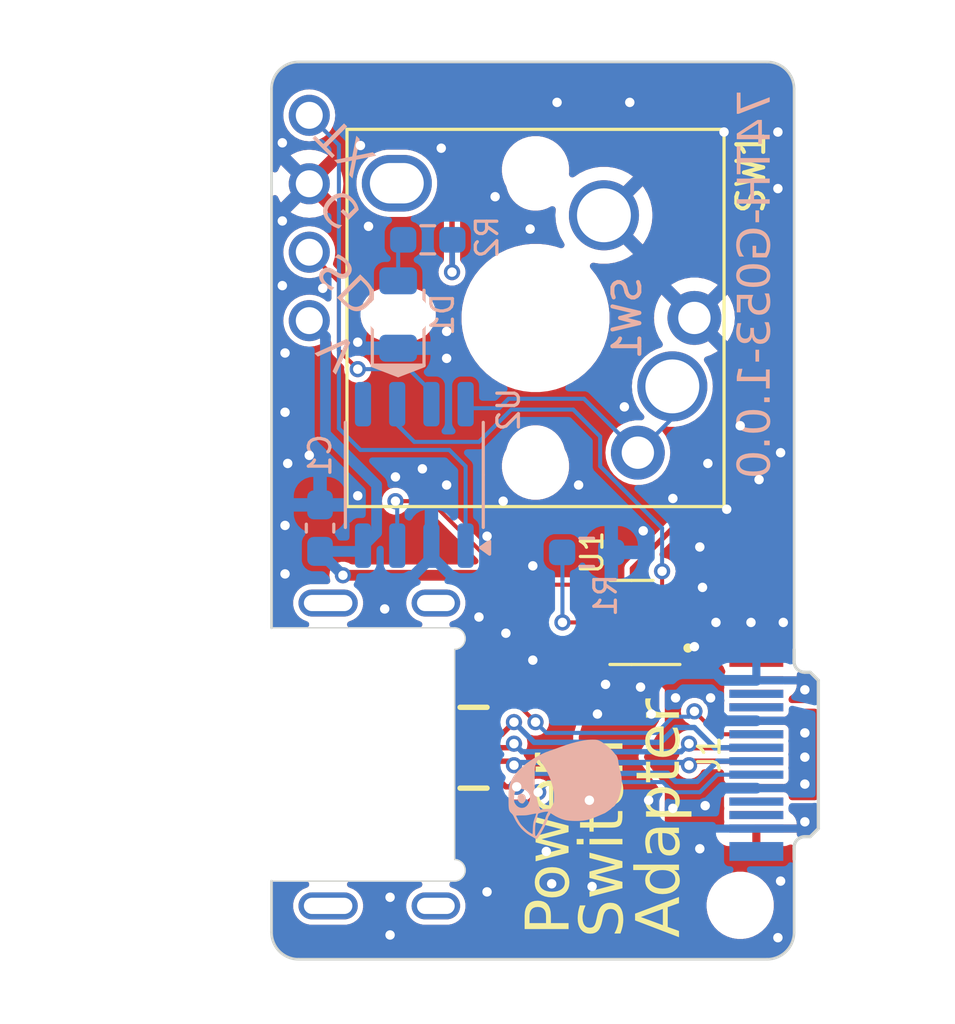
<source format=kicad_pcb>
(kicad_pcb (version 20240108) (generator "pcbnew") (generator_version "8.0")
  (title_block (title "Power Switch Adapter") (rev "1.0.0") (company "Atsushi Morimoto (@74th)"))
  (layers (0 "F.Cu" signal) (31 "B.Cu" signal) (34 "B.Paste" user) (35 "F.Paste" user) (36 "B.SilkS" user "B.Silkscreen") (37 "F.SilkS" user "F.Silkscreen") (38 "B.Mask" user) (39 "F.Mask" user) (44 "Edge.Cuts" user))
  (net 0 "")
  (net 1 "VBUS")
  (net 2 "GND")
  (net 3 "/SWDIO")
  (net 4 "VCC")
  (net 5 "/TXD")
  (net 15 "/CC1")
  (net 17 "/CC2")
  (net 18 "Net-(U1-ISET)")
  (net 19 "/OUT_EN")
  (net 20 "/OUT_FLAG")
  (net 21 "/SWITCH")
  (net 22 "Net-(D1-A)")
  (net 23 "/DP1")
  (net 24 "/DN1")
  (net 25 "/DP2")
  (net 26 "/DN2")
  (footprint "74th:Package_SOT-23-6" (layer "F.Cu") (at 98.3625 53.5 180)
    (property "Reference" "U1" (at 1.4625 2.6 -90) (layer "F.SilkS") (effects (font (size 0.8 0.8) (thickness 0.12))))
    (property "Value" "CH217K")
    (fp_line (start 0 1.56) (end 0.8 1.56) (stroke (width 0.12)) (layer "F.SilkS"))
    (fp_line (start 0 1.56) (end -0.8 1.56) (stroke (width 0.12)) (layer "F.SilkS"))
    (fp_line (start 0 -1.56) (end 0.8 -1.56) (stroke (width 0.12)) (layer "F.SilkS"))
    (fp_line (start 0 -1.56) (end -1.8 -1.56) (stroke (width 0.12)) (layer "F.SilkS"))
    (fp_circle (center -2.1 -0.95) (end -1.986863 -0.95) (stroke (width 0.12)) (fill solid) (layer "F.SilkS"))
    (pad "1" smd roundrect (at -1.1375 -0.95 180) (size 1.325 0.6) (layers "F.Cu" "F.Paste" "F.Mask") (net 4 "VCC"))
    (pad "2" smd roundrect (at -1.1375 0 180) (size 1.325 0.6) (layers "F.Cu" "F.Paste" "F.Mask") (net 2 "GND"))
    (pad "3" smd roundrect (at -1.1375 0.95 180) (size 1.325 0.6) (layers "F.Cu" "F.Paste" "F.Mask") (net 20 "/OUT_FLAG"))
    (pad "4" smd roundrect (at 1.1375 0.95 180) (size 1.325 0.6) (layers "F.Cu" "F.Paste" "F.Mask") (net 19 "/OUT_EN"))
    (pad "5" smd roundrect (at 1.1375 0 180) (size 1.325 0.6) (layers "F.Cu" "F.Paste" "F.Mask") (net 18 "Net-(U1-ISET)"))
    (pad "6" smd roundrect (at 1.1375 -0.95 180) (size 1.325 0.6) (layers "F.Cu" "F.Paste" "F.Mask") (net 1 "VBUS"))
  )
  (footprint "74th:Connector_USB-C-Receptacle_SMT_12-Pin_MidMount" (layer "F.Cu") (at 85 58.4 -90)
    (property "Reference" "J2" (hide yes))
    (property "Value" "USB2.0-C_SMT")
    (fp_line (start -1.75 -7) (end -1.75 -8) (stroke (width 0.2)) (layer "F.SilkS"))
    (fp_line (start 1.25 -7) (end 1.25 -8) (stroke (width 0.2)) (layer "F.SilkS"))
    (fp_line (start -4.7 -6.8) (end -4.7 0) (stroke (width 0.05)) (layer "Edge.Cuts"))
    (fp_line (start 3.9 -6.8) (end -3.9 -6.8) (stroke (width 0.05)) (layer "Edge.Cuts"))
    (fp_line (start 4.7 -6.8) (end 4.7 0) (stroke (width 0.05)) (layer "Edge.Cuts"))
    (fp_arc (start -4.7 -6.8) (mid -4.3 -7.193079) (end -3.9 -6.8) (stroke (width 0.05)) (layer "Edge.Cuts"))
    (fp_arc (start 3.9 -6.8) (mid 4.3 -7.193079) (end 4.7 -6.8) (stroke (width 0.05)) (layer "Edge.Cuts"))
    (pad "" thru_hole oval (at -5.62 -6.1 90) (size 1 1.8) (drill oval 0.6 1.4) (layers "*.Cu" "*.Mask"))
    (pad "" thru_hole oval (at -5.62 -2.1 90) (size 1 2.2) (drill oval 0.6 1.8) (layers "*.Cu" "*.Mask"))
    (pad "" thru_hole oval (at 5.62 -6.1 90) (size 1 1.8) (drill oval 0.6 1.4) (layers "*.Cu" "*.Mask"))
    (pad "" thru_hole oval (at 5.62 -2.1 90) (size 1 2.2) (drill oval 0.6 1.8) (layers "*.Cu" "*.Mask"))
    (pad "A1/B12" smd rect (at -3.2 -7.525 90) (size 0.6 1.15) (layers "F.Cu" "F.Paste" "F.Mask") (net 2 "GND"))
    (pad "A4/B9" smd rect (at -2.4 -7.525 90) (size 0.6 1.15) (layers "F.Cu" "F.Paste" "F.Mask") (net 1 "VBUS"))
    (pad "A5" smd rect (at -1.25 -7.525 90) (size 0.3 1.15) (layers "F.Cu" "F.Paste" "F.Mask") (net 15 "/CC1"))
    (pad "A6" smd rect (at -0.25 -7.525 90) (size 0.3 1.15) (layers "F.Cu" "F.Paste" "F.Mask") (net 23 "/DP1"))
    (pad "A7" smd rect (at 0.25 -7.525 90) (size 0.3 1.15) (layers "F.Cu" "F.Paste" "F.Mask") (net 24 "/DN1"))
    (pad "A9/B4" smd rect (at 2.4 -7.525 90) (size 0.6 1.15) (layers "F.Cu" "F.Paste" "F.Mask") (net 1 "VBUS"))
    (pad "A12/B1" smd rect (at 3.2 -7.525 90) (size 0.6 1.15) (layers "F.Cu" "F.Paste" "F.Mask") (net 2 "GND"))
    (pad "B5" smd rect (at 1.75 -7.525 90) (size 0.3 1.15) (layers "F.Cu" "F.Paste" "F.Mask") (net 17 "/CC2"))
    (pad "B6" smd rect (at 0.75 -7.525 90) (size 0.3 1.15) (layers "F.Cu" "F.Paste" "F.Mask") (net 25 "/DP2"))
    (pad "B7" smd rect (at -0.75 -7.525 90) (size 0.3 1.15) (layers "F.Cu" "F.Paste" "F.Mask") (net 26 "/DN2"))
  )
  (footprint "74th:Hole_M2_2.0" (layer "F.Cu") (at 102.4 64 180)
    (property "Reference" "M2" (hide yes))
    (property "Value" "Hole_M2_2.0" (hide yes))
    (pad "" np_thru_hole circle (at 0 0 180) (size 2 2) (drill 2) (layers "F&B.Cu" "*.Mask"))
  )
  (footprint "74th:Switch_MXChoc_1.0u" (layer "F.Cu") (at 94.8 42.2 -90)
    (property "Reference" "SW1" (hide yes))
    (property "Value" "SW_Push" (hide yes))
    (fp_line (start -7 7) (end -7 -7) (stroke (width 0.12)) (layer "F.SilkS"))
    (fp_line (start 7 7) (end -7 7) (stroke (width 0.12)) (layer "F.SilkS"))
    (fp_line (start -7 -7) (end 7 -7) (stroke (width 0.12)) (layer "F.SilkS"))
    (fp_line (start 7 -7) (end 7 7) (stroke (width 0.12)) (layer "F.SilkS"))
    (fp_text user "${REFERENCE}" (at 0 -3.4 90) (layer "B.SilkS") (effects (justify mirror)))
    (fp_text user "${REFERENCE}" (at -5.4 -8 90) (layer "F.SilkS"))
    (pad "" np_thru_hole circle (at -5.5 0 270) (size 2 2) (drill 2) (layers "F&B.Cu" "*.Mask"))
    (pad "" np_thru_hole circle (at -5.08 0 270) (size 1.7 1.7) (drill 1.7) (layers "*.Cu" "*.Mask"))
    (pad "" thru_hole oval (at -5 5.15 90) (size 2.1 2.6) (drill oval 1.5 2) (layers "*.Cu" "*.Mask"))
    (pad "" np_thru_hole circle (at 0 0) (size 5 5) (drill 5) (layers "F&B.Cu" "*.Mask"))
    (pad "" np_thru_hole circle (at 5.08 0 270) (size 1.7 1.7) (drill 1.7) (layers "*.Cu" "*.Mask"))
    (pad "" np_thru_hole circle (at 5.5 0 270) (size 2 2) (drill 2) (layers "F&B.Cu" "*.Mask"))
    (pad "1" thru_hole circle (at -3.81 -2.54 90) (size 2.6 2.6) (drill 2) (layers "*.Cu" "*.Mask") (net 2 "GND"))
    (pad "1" thru_hole circle (at 0 -5.9 270) (size 2 2) (drill 1.2) (layers "*.Cu" "*.Mask") (net 2 "GND"))
    (pad "2" thru_hole circle (at 2.54 -5.08 90) (size 2.6 2.6) (drill 2) (layers "*.Cu" "*.Mask") (net 21 "/SWITCH"))
    (pad "2" thru_hole circle (at 5 -3.8 270) (size 2 2) (drill 1.2) (layers "*.Cu" "*.Mask") (net 21 "/SWITCH"))
  )
  (footprint "74th:PinOut_Pin_4" (layer "F.Cu") (at 86.4 42.3 90)
    (property "Reference" "CH1" (hide yes))
    (property "Value" "SWD 1Wire & UART TXD" (hide yes))
    (pad "1" thru_hole circle (at 0 0 90) (size 1.524 1.524) (drill 1) (layers "*.Cu" "*.Mask") (net 1 "VBUS"))
    (pad "2" thru_hole circle (at 2.54 0 90) (size 1.524 1.524) (drill 1) (layers "*.Cu" "*.Mask") (net 3 "/SWDIO"))
    (pad "3" thru_hole circle (at 5.08 0 90) (size 1.524 1.524) (drill 1) (layers "*.Cu" "*.Mask") (net 2 "GND"))
    (pad "4" thru_hole circle (at 7.62 0 90) (size 1.524 1.524) (drill 1) (layers "*.Cu" "*.Mask") (net 5 "/TXD"))
  )
  (footprint "74th:Connector_USB-C-Plug_24-Pin" (layer "F.Cu") (at 104 58.4 -90)
    (property "Reference" "J1" (at 0 2.75 90) (layer "F.SilkS") (effects (font (size 0.8 0.8) (thickness 0.12))))
    (property "Value" "USB-C Plug")
    (fp_line (start -3.9 -0.4) (end -3.45 -0.4) (stroke (width 0.12)) (layer "Edge.Cuts"))
    (fp_line (start 3.9 -0.4) (end 3.45 -0.4) (stroke (width 0.12)) (layer "Edge.Cuts"))
    (fp_line (start -3.05 -1) (end -3.05 -0.8) (stroke (width 0.12)) (layer "Edge.Cuts"))
    (fp_line (start 3.05 -1) (end 3.05 -0.8) (stroke (width 0.12)) (layer "Edge.Cuts"))
    (fp_line (start -2.75 -1.3) (end -3.05 -1) (stroke (width 0.12)) (layer "Edge.Cuts"))
    (fp_line (start -2.75 -1.3) (end 2.75 -1.3) (stroke (width 0.12)) (layer "Edge.Cuts"))
    (fp_line (start 2.75 -1.3) (end 3.05 -1) (stroke (width 0.12)) (layer "Edge.Cuts"))
    (fp_arc (start 3.45 -0.4) (mid 3.167157 -0.517157) (end 3.05 -0.8) (stroke (width 0.12)) (layer "Edge.Cuts"))
    (fp_arc (start -3.05 -0.8) (mid -3.167157 -0.517157) (end -3.45 -0.4) (stroke (width 0.12)) (layer "Edge.Cuts"))
    (pad "" smd rect (at -3.6 1 270) (size 0.7 2) (layers "F.Cu" "F.Paste" "F.Mask"))
    (pad "" smd rect (at 3.6 1 270) (size 0.7 2) (layers "B.Cu" "B.Paste" "B.Mask"))
    (pad "A1" smd rect (at -2.75 1 270) (size 0.3 2) (layers "F.Cu" "F.Paste" "F.Mask") (net 2 "GND"))
    (pad "A2" smd rect (at -2.25 1 270) (size 0.3 2) (layers "F.Cu" "F.Paste" "F.Mask"))
    (pad "A3" smd rect (at -1.75 1 270) (size 0.3 2) (layers "F.Cu" "F.Paste" "F.Mask"))
    (pad "A4" smd rect (at -1.25 1 270) (size 0.3 2) (layers "F.Cu" "F.Paste" "F.Mask") (net 4 "VCC"))
    (pad "A5" smd rect (at -0.75 1 270) (size 0.3 2) (layers "F.Cu" "F.Paste" "F.Mask") (net 15 "/CC1"))
    (pad "A6" smd rect (at -0.25 1 270) (size 0.3 2) (layers "F.Cu" "F.Paste" "F.Mask") (net 23 "/DP1"))
    (pad "A7" smd rect (at 0.25 1 270) (size 0.3 2) (layers "F.Cu" "F.Paste" "F.Mask") (net 24 "/DN1"))
    (pad "A8" smd rect (at 0.75 1 270) (size 0.3 2) (layers "F.Cu" "F.Paste" "F.Mask"))
    (pad "A9" smd rect (at 1.25 1 270) (size 0.3 2) (layers "F.Cu" "F.Paste" "F.Mask") (net 4 "VCC"))
    (pad "A10" smd rect (at 1.75 1 270) (size 0.3 2) (layers "F.Cu" "F.Paste" "F.Mask"))
    (pad "A11" smd rect (at 2.25 1 270) (size 0.3 2) (layers "F.Cu" "F.Paste" "F.Mask"))
    (pad "A12" smd rect (at 2.75 1 270) (size 0.3 2) (layers "F.Cu" "F.Paste" "F.Mask") (net 2 "GND"))
    (pad "B1" smd rect (at 2.75 1 270) (size 0.3 2) (layers "B.Cu" "B.Paste" "B.Mask") (net 2 "GND"))
    (pad "B2" smd rect (at 2.25 1 270) (size 0.3 2) (layers "B.Cu" "B.Paste" "B.Mask"))
    (pad "B3" smd rect (at 1.75 1 270) (size 0.3 2) (layers "B.Cu" "B.Paste" "B.Mask"))
    (pad "B4" smd rect (at 1.25 1 270) (size 0.3 2) (layers "B.Cu" "B.Paste" "B.Mask") (net 4 "VCC"))
    (pad "B5" smd rect (at 0.75 1 270) (size 0.3 2) (layers "B.Cu" "B.Paste" "B.Mask") (net 17 "/CC2"))
    (pad "B6" smd rect (at 0.25 1 270) (size 0.3 2) (layers "B.Cu" "B.Paste" "B.Mask") (net 25 "/DP2"))
    (pad "B7" smd rect (at -0.25 1 270) (size 0.3 2) (layers "B.Cu" "B.Paste" "B.Mask") (net 26 "/DN2"))
    (pad "B8" smd rect (at -0.75 1 270) (size 0.3 2) (layers "B.Cu" "B.Paste" "B.Mask"))
    (pad "B9" smd rect (at -1.25 1 270) (size 0.3 2) (layers "B.Cu" "B.Paste" "B.Mask") (net 4 "VCC"))
    (pad "B10" smd rect (at -1.75 1 270) (size 0.3 2) (layers "B.Cu" "B.Paste" "B.Mask"))
    (pad "B11" smd rect (at -2.25 1 270) (size 0.3 2) (layers "B.Cu" "B.Paste" "B.Mask"))
    (pad "B12" smd rect (at -2.75 1 270) (size 0.3 2) (layers "B.Cu" "B.Paste" "B.Mask") (net 2 "GND"))
  )
  (footprint "74th:LED_BACK_0805_2012" (layer "B.Cu") (at 89.7 42.0725 90)
    (property "Reference" "D1" (at 0 1.65 90) (layer "B.SilkS") (effects (font (size 0.8 0.8) (thickness 0.12)) (justify mirror)))
    (property "Value" "Blue" (hide yes))
    (fp_line (start 0.9 -0.96) (end -1.88 -0.96) (stroke (width 0.12)) (layer "B.SilkS"))
    (fp_line (start -1.88 -0.96) (end -1.88 0.96) (stroke (width 0.12)) (layer "B.SilkS"))
    (fp_line (start -1.88 0.96) (end 0.9 0.96) (stroke (width 0.12)) (layer "B.SilkS"))
    (fp_poly (pts (xy -1.9 -0.96) (xy -2.27 0) (xy -1.9 0.96)) (stroke (width 0.12)) (fill solid) (layer "B.SilkS"))
    (pad "" np_thru_hole oval (at 0 0 90) (size 1.45 2.3) (drill oval 1.45 2.3) (layers "F&B.Cu" "*.Mask"))
    (pad "1" smd roundrect (at -1.25 0 90) (size 1 1.4) (layers "B.Cu" "B.Paste" "B.Mask") (roundrect_rratio 0.217391) (net 2 "GND"))
    (pad "2" smd roundrect (at 1.25 0 90) (size 1 1.4) (layers "B.Cu" "B.Paste" "B.Mask") (roundrect_rratio 0.217391) (net 22 "Net-(D1-A)"))
  )
  (footprint "74th:Register_0603_1608" (layer "B.Cu") (at 90.8 39.3 180)
    (property "Reference" "R2" (at -2.2 0.1 90) (layer "B.SilkS") (effects (font (size 0.8 0.8) (thickness 0.12)) (justify mirror)))
    (property "Value" "10k" (hide yes))
    (fp_line (start 0.254724 0.5225) (end -0.254724 0.5225) (stroke (width 0.12)) (layer "B.SilkS"))
    (fp_line (start 0.254724 -0.5225) (end -0.254724 -0.5225) (stroke (width 0.12)) (layer "B.SilkS"))
    (pad "1" smd roundrect (at -0.9125 0 180) (size 0.975 0.95) (layers "B.Cu" "B.Paste" "B.Mask") (net 4 "VCC"))
    (pad "2" smd roundrect (at 0.9125 0 180) (size 0.975 0.95) (layers "B.Cu" "B.Paste" "B.Mask") (net 22 "Net-(D1-A)"))
  )
  (footprint "74th:Package_SOIC-8_3.9x4.9mm_P1.27mm" (layer "B.Cu") (at 90.3 48.025 90)
    (property "Reference" "U2" (at 2.425 3.5 -90) (layer "B.SilkS") (effects (font (size 0.8 0.8) (thickness 0.12)) (justify mirror)))
    (property "Value" "CH32V003J4M6")
    (fp_line (start 1.95 -2.56) (end 0 -2.56) (stroke (width 0.12)) (layer "B.SilkS"))
    (fp_line (start -1.95 -2.56) (end 0 -2.56) (stroke (width 0.12)) (layer "B.SilkS"))
    (fp_line (start 1.95 2.56) (end 0 2.56) (stroke (width 0.12)) (layer "B.SilkS"))
    (fp_line (start -1.95 2.56) (end 0 2.56) (stroke (width 0.12)) (layer "B.SilkS"))
    (fp_poly (pts (xy -2.7 2.465) (xy -2.94 2.795) (xy -2.46 2.795) (xy -2.7 2.465)) (stroke (width 0.12)) (fill solid) (layer "B.SilkS"))
    (pad "1" smd roundrect (at -2.625 1.905 90) (size 1.65 0.6) (layers "B.Cu" "B.Paste" "B.Mask") (net 5 "/TXD"))
    (pad "2" smd roundrect (at -2.625 0.635 90) (size 1.65 0.6) (layers "B.Cu" "B.Paste" "B.Mask") (net 2 "GND"))
    (pad "3" smd roundrect (at -2.625 -0.635 90) (size 1.65 0.6) (layers "B.Cu" "B.Paste" "B.Mask") (net 19 "/OUT_EN"))
    (pad "4" smd roundrect (at -2.625 -1.905 90) (size 1.65 0.6) (layers "B.Cu" "B.Paste" "B.Mask") (net 1 "VBUS"))
    (pad "5" smd roundrect (at 2.625 -1.905 90) (size 1.65 0.6) (layers "B.Cu" "B.Paste" "B.Mask"))
    (pad "6" smd roundrect (at 2.625 -0.635 90) (size 1.65 0.6) (layers "B.Cu" "B.Paste" "B.Mask") (net 20 "/OUT_FLAG"))
    (pad "7" smd roundrect (at 2.625 0.635 90) (size 1.65 0.6) (layers "B.Cu" "B.Paste" "B.Mask") (net 3 "/SWDIO"))
    (pad "8" smd roundrect (at 2.625 1.905 90) (size 1.65 0.6) (layers "B.Cu" "B.Paste" "B.Mask") (net 21 "/SWITCH"))
  )
  (footprint "74th:Register_0603_1608" (layer "B.Cu") (at 96.7 50.9)
    (property "Reference" "R1" (at 0.7 1.6 90) (layer "B.SilkS") (effects (font (size 0.8 0.8) (thickness 0.12)) (justify mirror)))
    (property "Value" "56k" (hide yes))
    (fp_line (start 0.254724 -0.5225) (end -0.254724 -0.5225) (stroke (width 0.12)) (layer "B.SilkS"))
    (fp_line (start 0.254724 0.5225) (end -0.254724 0.5225) (stroke (width 0.12)) (layer "B.SilkS"))
    (pad "1" smd roundrect (at -0.9125 0) (size 0.975 0.95) (layers "B.Cu" "B.Paste" "B.Mask") (net 18 "Net-(U1-ISET)"))
    (pad "2" smd roundrect (at 0.9125 0) (size 0.975 0.95) (layers "B.Cu" "B.Paste" "B.Mask") (net 2 "GND"))
  )
  (footprint "74th:Logo_74th_5mm" (layer "B.Cu") (at 96.113075 59.565615 -90)
    (property "Reference" "MISC-ICON" (hide yes))
    (property "Value" "LOGO" (hide yes))
    (fp_poly (pts (xy 0.49911 1.977005) (xy 0.52619 1.971811) (xy 0.550101 1.960394) (xy 0.567258 1.948962) (xy 0.609714 1.913867) (xy 0.636212 1.878222) (xy 0.649891 1.837353) (xy 0.652029 1.822803) (xy 0.653972 1.796481) (xy 0.650422 1.778097) (xy 0.63834 1.760632) (xy 0.615095 1.737453) (xy 0.585928 1.712686) (xy 0.556346 1.692187) (xy 0.540838 1.683997) (xy 0.490541 1.67188) (xy 0.436335 1.673253) (xy 0.386727 1.687667) (xy 0.377033 1.69268) (xy 0.334461 1.724102) (xy 0.308549 1.761965) (xy 0.296534 1.810564) (xy 0.295755 1.819115) (xy 0.299127 1.875113) (xy 0.318091 1.919594) (xy 0.352053 1.951986) (xy 0.400418 1.971714) (xy 0.460717 1.978211)) (fill solid) (layer "B.SilkS"))
    (fp_poly (pts (xy 0.649442 2.315535) (xy 0.729812 2.313458) (xy 0.795479 2.309386) (xy 0.84885 2.302763) (xy 0.892332 2.293032) (xy 0.928333 2.279639) (xy 0.959262 2.262025) (xy 0.987524 2.239636) (xy 1.015529 2.211915) (xy 1.018894 2.208303) (xy 1.049811 2.17753) (xy 1.080856 2.153623) (xy 1.118584 2.132145) (xy 1.159781 2.112935) (xy 1.303854 2.040699) (xy 1.43836 1.955894) (xy 1.559736 1.86088) (xy 1.610284 1.814294) (xy 1.666995 1.754955) (xy 1.723999 1.687877) (xy 1.777228 1.618321) (xy 1.822615 1.551548) (xy 1.850744 1.503291) (xy 1.875717 1.457173) (xy 1.902309 1.410196) (xy 1.926331 1.369686) (xy 1.936 1.354251) (xy 1.953726 1.324762) (xy 1.965312 1.30154) (xy 1.968376 1.289388) (xy 1.968255 1.289143) (xy 1.971081 1.279593) (xy 1.975766 1.277057) (xy 1.982166 1.274461) (xy 1.983708 1.270872) (xy 1.978079 1.263957) (xy 1.962966 1.251384) (xy 1.936056 1.230818) (xy 1.911899 1.212627) (xy 1.854593 1.172471) (xy 1.782259 1.12666) (xy 1.697916 1.077023) (xy 1.604583 1.025393) (xy 1.592384 1.018863) (xy 1.557843 1.001158) (xy 1.51428 0.979887) (xy 1.465228 0.956656) (xy 1.414217 0.933069) (xy 1.364781 0.910731) (xy 1.320452 0.891247) (xy 1.28476 0.876222) (xy 1.261239 0.867261) (xy 1.2549 0.865517) (xy 1.2383 0.859756) (xy 1.235135 0.857392) (xy 1.221841 0.854859) (xy 1.215314 0.856526) (xy 1.203354 0.855716) (xy 1.201615 0.851275) (xy 1.194496 0.845005) (xy 1.186961 0.846391) (xy 1.174429 0.845694) (xy 1.172307 0.840623) (xy 1.166604 0.83365) (xy 1.163002 0.834983) (xy 1.150776 0.832684) (xy 1.128988 0.820722) (xy 1.110224 0.80755) (xy 1.081014 0.787569) (xy 1.053695 0.772643) (xy 1.041375 0.767997) (xy 1.02265 0.760638) (xy 1.016 0.753494) (xy 1.021096 0.742238) (xy 1.034735 0.718972) (xy 1.054444 0.687822) (xy 1.064954 0.671849) (xy 1.12825 0.56704) (xy 1.18417 0.455062) (xy 1.230323 0.341445) (xy 1.264319 0.231719) (xy 1.274597 0.187144) (xy 1.286077 0.115195) (xy 1.294738 0.028881) (xy 1.300463 -0.06681) (xy 1.303138 -0.166891) (xy 1.302648 -0.266377) (xy 1.298877 -0.360281) (xy 1.291711 -0.443616) (xy 1.289551 -0.460911) (xy 1.280044 -0.525393) (xy 1.269021 -0.585324) (xy 1.255537 -0.643647) (xy 1.238649 -0.703308) (xy 1.217413 -0.767251) (xy 1.190885 -0.83842) (xy 1.15812 -0.919762) (xy 1.118176 -1.01422) (xy 1.095039 -1.067695) (xy 1.071114 -1.122922) (xy 1.050098 -1.171888) (xy 1.03316 -1.211837) (xy 1.021466 -1.240008) (xy 1.016185 -1.253643) (xy 1.016 -1.254415) (xy 1.010812 -1.264384) (xy 0.997077 -1.286257) (xy 0.977533 -1.315992) (xy 0.954918 -1.349546) (xy 0.931973 -1.382875) (xy 0.911435 -1.411937) (xy 0.896044 -1.432688) (xy 0.891281 -1.438519) (xy 0.881868 -1.451535) (xy 0.882051 -1.455615) (xy 0.878639 -1.461806) (xy 0.864169 -1.478105) (xy 0.841688 -1.501099) (xy 0.839604 -1.503156) (xy 0.815535 -1.527753) (xy 0.798232 -1.547164) (xy 0.791317 -1.557316) (xy 0.791307 -1.557459) (xy 0.785693 -1.568334) (xy 0.771312 -1.588834) (xy 0.759557 -1.604071) (xy 0.717614 -1.642893) (xy 0.669192 -1.670457) (xy 0.628487 -1.690374) (xy 0.586336 -1.713284) (xy 0.562819 -1.727373) (xy 0.521529 -1.749255) (xy 0.466174 -1.772325) (xy 0.401991 -1.794762) (xy 0.334221 -1.814746) (xy 0.268103 -1.830455) (xy 0.263769 -1.831328) (xy 0.214551 -1.841899) (xy 0.160508 -1.85468) (xy 0.120622 -1.864964) (xy 0.055886 -1.877973) (xy -0.02415 -1.886395) (xy -0.115749 -1.890024) (xy -0.215168 -1.888652) (xy -0.26377 -1.886207) (xy -0.321222 -1.881331) (xy -0.375834 -1.873473) (xy -0.434052 -1.861442) (xy -0.502322 -1.844047) (xy -0.523893 -1.838114) (xy -0.63872 -1.808122) (xy -0.742646 -1.785447) (xy -0.8423 -1.768779) (xy -0.924981 -1.758724) (xy -0.990158 -1.748055) (xy -1.051214 -1.728505) (xy -1.081289 -1.7156) (xy -1.114421 -1.700035) (xy -1.138241 -1.688) (xy -1.149249 -1.681303) (xy -1.149131 -1.680514) (xy -1.146076 -1.6751) (xy -1.158529 -1.659984) (xy -1.185575 -1.636044) (xy -1.226296 -1.604159) (xy -1.237582 -1.595733) (xy -1.289495 -1.552568) (xy -1.34796 -1.496067) (xy -1.409909 -1.429899) (xy -1.472272 -1.357735) (xy -1.531981 -1.283243) (xy -1.585967 -1.210095) (xy -1.631161 -1.141958) (xy -1.661115 -1.089269) (xy -1.680524 -1.04823) (xy -1.694985 -1.009292) (xy -1.705078 -0.968658) (xy -1.711382 -0.922532) (xy -1.714475 -0.867119) (xy -1.714938 -0.798622) (xy -1.714042 -0.742461) (xy -1.706149 -0.619284) (xy -1.687758 -0.48164) (xy -1.659296 -0.331261) (xy -1.621192 -0.169879) (xy -1.573872 0.000774) (xy -1.517766 0.178967) (xy -1.453299 0.362969) (xy -1.417571 0.457889) (xy -1.396575 0.513388) (xy -1.378636 0.562705) (xy -1.364747 0.602943) (xy -1.355905 0.631205) (xy -1.353106 0.644593) (xy -1.353251 0.645112) (xy -1.350838 0.654769) (xy -1.347781 0.656291) (xy -1.338992 0.667586) (xy -1.335872 0.681549) (xy -1.331773 0.698661) (xy -1.326843 0.703385) (xy -1.32326 0.710628) (xy -1.325083 0.718039) (xy -1.324796 0.730593) (xy -1.320198 0.732693) (xy -1.313928 0.739811) (xy -1.315314 0.747347) (xy -1.315027 0.759901) (xy -1.310429 0.762) (xy -1.304159 0.769119) (xy -1.305545 0.776654) (xy -1.305257 0.789208) (xy -1.30066 0.791308) (xy -1.29439 0.798427) (xy -1.295775 0.805962) (xy -1.295079 0.818494) (xy -1.290008 0.820616) (xy -1.283203 0.826539) (xy -1.284654 0.830385) (xy -1.284816 0.839428) (xy -1.281974 0.840154) (xy -1.274089 0.848011) (xy -1.273257 0.85382) (xy -1.268637 0.875951) (xy -1.255689 0.912285) (xy -1.235782 0.960062) (xy -1.210287 1.016523) (xy -1.180573 1.078909) (xy -1.148009 1.14446) (xy -1.124391 1.190217) (xy -0.968709 1.190217) (xy -0.954294 1.165904) (xy -0.924511 1.13516) (xy -0.88053 1.098898) (xy -0.82352 1.058032) (xy -0.754652 1.013476) (xy -0.675094 0.966143) (xy -0.615462 0.932825) (xy -0.430996 0.839705) (xy -0.248236 0.762241) (xy -0.069449 0.701341) (xy 0.033493 0.673488) (xy 0.104307 0.656864) (xy 0.16379 0.644697) (xy 0.217499 0.636387) (xy 0.270991 0.631333) (xy 0.329822 0.628935) (xy 0.39955 0.628591) (xy 0.4445 0.629059) (xy 0.50748 0.63018) (xy 0.554702 0.631846) (xy 0.589948 0.634477) (xy 0.616998 0.638491) (xy 0.639634 0.644309) (xy 0.661634 0.65235) (xy 0.664307 0.653441) (xy 0.700826 0.670326) (xy 0.744025 0.692964) (xy 0.782776 0.715394) (xy 0.847514 0.75524) (xy 0.850719 0.838786) (xy 0.957384 0.838786) (xy 1.028211 0.877323) (xy 1.074327 0.899899) (xy 1.1265 0.921701) (xy 1.172307 0.937645) (xy 1.220279 0.95381) (xy 1.280568 0.976999) (xy 1.348234 1.005079) (xy 1.418334 1.035915) (xy 1.485926 1.067376) (xy 1.546068 1.097328) (xy 1.563077 1.106322) (xy 1.615757 1.135358) (xy 1.669582 1.166198) (xy 1.721851 1.197166) (xy 1.769865 1.226584) (xy 1.810924 1.252776) (xy 1.842326 1.274063) (xy 1.861371 1.288768) (xy 1.865923 1.294448) (xy 1.863875 1.306069) (xy 1.856134 1.31476) (xy 1.840303 1.320929) (xy 1.813986 1.324986) (xy 1.774786 1.327342) (xy 1.720307 1.328406) (xy 1.666142 1.328602) (xy 1.572153 1.327377) (xy 1.492524 1.323267) (xy 1.422203 1.315599) (xy 1.356136 1.303697) (xy 1.289272 1.286888) (xy 1.238235 1.271508) (xy 1.193167 1.25792) (xy 1.149614 1.246039) (xy 1.114579 1.23773) (xy 1.103923 1.235727) (xy 1.07335 1.229543) (xy 1.049146 1.222473) (xy 1.043695 1.22012) (xy 1.030334 1.204594) (xy 1.015648 1.173587) (xy 1.000676 1.131011) (xy 0.986457 1.08078) (xy 0.97403 1.026808) (xy 0.964434 0.973008) (xy 0.958708 0.923293) (xy 0.957554 0.895643) (xy 0.957384 0.838786) (xy 0.850719 0.838786) (xy 0.852609 0.888063) (xy 0.855625 0.942429) (xy 0.860173 0.994726) (xy 0.865657 1.039311) (xy 0.871483 1.070539) (xy 0.872033 1.072605) (xy 0.886361 1.124325) (xy 0.857044 1.139485) (xy 0.813513 1.160041) (xy 0.763737 1.179588) (xy 0.705735 1.198657) (xy 0.637524 1.21778) (xy 0.557122 1.237486) (xy 0.462547 1.258309) (xy 0.351817 1.280779) (xy 0.273538 1.295893) (xy 0.238573 1.302539) (xy 1.025769 1.302539) (xy 1.027884 1.294408) (xy 1.035898 1.291031) (xy 1.052316 1.292935) (xy 1.079641 1.300645) (xy 1.120379 1.314688) (xy 1.169192 1.332657) (xy 1.239632 1.357839) (xy 1.301661 1.376986) (xy 1.3604 1.391039) (xy 1.420973 1.400939) (xy 1.4885 1.407627) (xy 1.568104 1.412044) (xy 1.60948 1.41355) (xy 1.666055 1.415576) (xy 1.71523 1.417717) (xy 1.753946 1.419807) (xy 1.779141 1.421682) (xy 1.787769 1.423134) (xy 1.782668 1.437986) (xy 1.769102 1.464495) (xy 1.749676 1.498218) (xy 1.726995 1.53471) (xy 1.703664 1.569528) (xy 1.694274 1.582616) (xy 1.659716 1.625782) (xy 1.615501 1.675422) (xy 1.565434 1.727768) (xy 1.513316 1.77905) (xy 1.462949 1.825499) (xy 1.418138 1.863346) (xy 1.390195 1.884) (xy 1.356265 1.905539) (xy 1.314792 1.930075) (xy 1.269416 1.955667) (xy 1.223776 1.980372) (xy 1.181512 2.002248) (xy 1.146264 2.019353) (xy 1.121672 2.029745) (xy 1.112848 2.031986) (xy 1.107944 2.028959) (xy 1.104267 2.018335) (xy 1.101636 1.997786) (xy 1.099868 1.964981) (xy 1.098782 1.91759) (xy 1.098195 1.853285) (xy 1.098148 1.843928) (xy 1.097614 1.776116) (xy 1.096372 1.722504) (xy 1.093878 1.677759) (xy 1.089586 1.636543) (xy 1.08295 1.59352) (xy 1.073424 1.543354) (xy 1.061513 1.485712) (xy 1.049945 1.429935) (xy 1.039938 1.38034) (xy 1.032143 1.340274) (xy 1.027216 1.313082) (xy 1.025769 1.302539) (xy 0.238573 1.302539) (xy 0.024423 1.343244) (xy -0.32727 1.343257) (xy -0.419837 1.343219) (xy -0.495203 1.343013) (xy -0.555706 1.342514) (xy -0.603683 1.341597) (xy -0.641472 1.340136) (xy -0.67141 1.338005) (xy -0.695836 1.335079) (xy -0.717085 1.331232) (xy -0.737497 1.326339) (xy -0.759409 1.320274) (xy -0.760379 1.319997) (xy -0.810451 1.302417) (xy -0.861916 1.278843) (xy -0.909375 1.25223) (xy -0.947429 1.225532) (xy -0.966587 1.207184) (xy -0.968709 1.190217) (xy -1.124391 1.190217) (xy -1.113965 1.210417) (xy -1.079809 1.27402) (xy -1.046913 1.332511) (xy -1.016644 1.383128) (xy -0.991561 1.421423) (xy -0.969685 1.453018) (xy -0.940769 1.495245) (xy -0.908639 1.542499) (xy -0.878252 1.587489) (xy -0.847879 1.631004) (xy -0.815001 1.674542) (xy -0.77766 1.720361) (xy -0.733897 1.770719) (xy -0.681751 1.827873) (xy -0.622383 1.890775) (xy 0.111565 1.890775) (xy 0.115268 1.825465) (xy 0.117275 1.811913) (xy 0.136919 1.735172) (xy 0.170436 1.670022) (xy 0.219891 1.612487) (xy 0.22188 1.610615) (xy 0.279685 1.563384) (xy 0.336158 1.532909) (xy 0.395251 1.518236) (xy 0.460918 1.518411) (xy 0.53711 1.532482) (xy 0.541357 1.533556) (xy 0.628837 1.563013) (xy 0.70023 1.602386) (xy 0.755163 1.651376) (xy 0.793261 1.709682) (xy 0.807232 1.746734) (xy 0.818234 1.816865) (xy 0.810574 1.884346) (xy 0.785103 1.947558) (xy 0.742671 2.004877) (xy 0.684127 2.054685) (xy 0.628929 2.086739) (xy 0.606996 2.096991) (xy 0.587673 2.103932) (xy 0.566645 2.108063) (xy 0.539596 2.109881) (xy 0.502213 2.109886) (xy 0.450181 2.108576) (xy 0.44213 2.108335) (xy 0.372893 2.105037) (xy 0.318954 2.099028) (xy 0.276129 2.089079) (xy 0.240234 2.073962) (xy 0.207085 2.052447) (xy 0.182177 2.03196) (xy 0.14398 1.990495) (xy 0.120789 1.944609) (xy 0.111565 1.890775) (xy -0.622383 1.890775) (xy -0.619263 1.894081) (xy -0.548473 1.967487) (xy -0.443528 2.064259) (xy -0.332728 2.143721) (xy -0.212862 2.207923) (xy -0.103758 2.251236) (xy -0.054075 2.267323) (xy -0.005726 2.280619) (xy 0.043774 2.291367) (xy 0.096909 2.299816) (xy 0.156164 2.30621) (xy 0.224023 2.310795) (xy 0.302971 2.313819) (xy 0.395493 2.315526) (xy 0.504073 2.316163) (xy 0.551961 2.316174)) (fill solid) (layer "B.SilkS"))
  )
  (footprint "74th:Capacitor_0603_1608" (layer "B.Cu") (at 86.8 50.1 90)
    (property "Reference" "C1" (at 2.8 0 90) (layer "B.SilkS") (effects (font (size 0.8 0.8) (thickness 0.12)) (justify mirror)))
    (property "Value" "100n" (hide yes))
    (fp_line (start 0.246267 -0.51) (end -0.046267 -0.51) (stroke (width 0.12)) (layer "B.SilkS"))
    (fp_line (start 0.246267 0.51) (end -0.046267 0.51) (stroke (width 0.12)) (layer "B.SilkS"))
    (pad "1" smd roundrect (at -0.7625 0 90) (size 1.075 0.95) (layers "B.Cu" "B.Paste" "B.Mask") (net 1 "VBUS"))
    (pad "2" smd roundrect (at 0.9625 0 90) (size 1.075 0.95) (layers "B.Cu" "B.Paste" "B.Mask") (net 2 "GND"))
  )
  (gr_line (start 86 66) (end 103.4 66) (stroke (width 0.1)) (layer "Edge.Cuts"))
  (gr_line (start 104.4 62.3) (end 104.4 65) (stroke (width 0.1)) (layer "Edge.Cuts"))
  (gr_arc (start 104.4 65) (mid 104.107107 65.707107) (end 103.4 66) (stroke (width 0.1)) (layer "Edge.Cuts"))
  (gr_line (start 103.4 32.7) (end 86 32.7) (stroke (width 0.1)) (layer "Edge.Cuts"))
  (gr_line (start 104.4 54.5) (end 104.4 33.7) (stroke (width 0.1)) (layer "Edge.Cuts"))
  (gr_line (start 85 53.7) (end 85 33.7) (stroke (width 0.1)) (layer "Edge.Cuts"))
  (gr_line (start 85 65) (end 85 63.1) (stroke (width 0.1)) (layer "Edge.Cuts"))
  (gr_arc (start 86 66) (mid 85.292893 65.707107) (end 85 65) (stroke (width 0.1)) (layer "Edge.Cuts"))
  (gr_arc (start 103.4 32.7) (mid 104.107107 32.992893) (end 104.4 33.7) (stroke (width 0.1)) (layer "Edge.Cuts"))
  (gr_arc (start 85 33.7) (mid 85.292893 32.992893) (end 86 32.7) (stroke (width 0.1)) (layer "Edge.Cuts"))
  (gr_text "SD" (at 88.4 40.4 135) (layer "B.SilkS") (effects (font (size 1.2 1.2) (thickness 0.12)) (justify bottom mirror)))
  (gr_text "74TH-G053-1.0.0" (at 103.7 33.7 90) (layer "B.SilkS") (effects (font (size 1.2 1.2) (thickness 0.12)) (justify left bottom mirror)))
  (gr_text "TX" (at 88.3 35.3 135) (layer "B.SilkS") (effects (font (size 1.2 1.2) (thickness 0.12)) (justify bottom mirror)))
  (gr_text "V" (at 88 42.9 135) (layer "B.SilkS") (effects (font (size 1.2 1.2) (thickness 0.12)) (justify bottom mirror)))
  (gr_text "G" (at 88.1 37.6 135) (layer "B.SilkS") (effects (font (size 1.2 1.2) (thickness 0.12)) (justify bottom mirror)))
  (gr_text "Power" (at 96.3 65.1 90) (layer "F.SilkS") (effects (font (size 1.6 1.6) (thickness 0.12)) (justify left bottom)))
  (gr_text "Adapter" (at 100.4 65.2 90) (layer "F.SilkS") (effects (font (size 1.6 1.6) (thickness 0.12)) (justify left bottom)))
  (gr_text "Switch" (at 98.3 65.2 90) (layer "F.SilkS") (effects (font (size 1.6 1.6) (thickness 0.12)) (justify left bottom)))
  (segment (start 87.65 51.75) (end 92.65 51.75) (width 0.4) (layer "F.Cu") (net 1))
  (segment (start 95.35 54.45) (end 97.225 54.45) (width 0.4) (layer "F.Cu") (net 1))
  (segment (start 92.65 51.75) (end 95.35 54.45) (width 0.4) (layer "F.Cu") (net 1))
  (via (at 87.65 51.75) (size 0.6) (drill 0.35) (layers "F.Cu" "B.Cu") (net 1))
  (segment (start 88.2075 50.8625) (end 88.9 50.17) (width 0.4) (layer "B.Cu") (net 1))
  (segment (start 88.9 50.17) (end 88.9 48.4) (width 0.4) (layer "B.Cu") (net 1))
  (segment (start 87 46.5) (end 87 42.9) (width 0.4) (layer "B.Cu") (net 1))
  (segment (start 86.8 50.9) (end 87.65 51.75) (width 0.4) (layer "B.Cu") (net 1))
  (segment (start 87 42.9) (end 86.4 42.3) (width 0.4) (layer "B.Cu") (net 1))
  (segment (start 86.8 50.8625) (end 88.2075 50.8625) (width 0.4) (layer "B.Cu") (net 1))
  (segment (start 88.9 48.4) (end 87 46.5) (width 0.4) (layer "B.Cu") (net 1))
  (via (at 99.1 56.9) (size 0.6) (drill 0.35) (layers "F.Cu" "B.Cu") (net 2))
  (via (at 103.9 47.2) (size 0.6) (drill 0.35) (layers "F.Cu" "B.Cu") (net 2))
  (via (at 103.9 63.1) (size 0.6) (drill 0.35) (layers "F.Cu" "B.Cu") (net 2))
  (via (at 97.4 55.8) (size 0.6) (drill 0.35) (layers "F.Cu" "B.Cu") (net 2))
  (via (at 85.5 43.5) (size 0.6) (drill 0.35) (layers "F.Cu" "B.Cu") (net 2))
  (via (at 88.2 48.8) (size 0.6) (drill 0.35) (layers "F.Cu" "B.Cu") (net 2))
  (via (at 100.9 61.9) (size 0.6) (drill 0.35) (layers "F.Cu" "B.Cu") (net 2))
  (via (at 102.4 46.2) (size 0.6) (drill 0.35) (layers "F.Cu" "B.Cu") (net 2))
  (via (at 98.8 50.1) (size 0.6) (drill 0.35) (layers "F.Cu" "B.Cu") (net 2))
  (via (at 94.7 54.9) (size 0.6) (drill 0.35) (layers "F.Cu" "B.Cu") (net 2))
  (via (at 85.4 41) (size 0.6) (drill 0.35) (layers "F.Cu" "B.Cu") (net 2))
  (via (at 89.2 53) (size 0.6) (drill 0.35) (layers "F.Cu" "B.Cu") (net 2))
  (via (at 104.8 56) (size 0.6) (drill 0.35) (layers "F.Cu" "B.Cu") (net 2))
  (via (at 85.4 35.7) (size 0.6) (drill 0.35) (layers "F.Cu" "B.Cu") (net 2))
  (via (at 101 52.2) (size 0.6) (drill 0.35) (layers "F.Cu" "B.Cu") (net 2))
  (via (at 85.5 49.9) (size 0.6) (drill 0.35) (layers "F.Cu" "B.Cu") (net 2))
  (via (at 94.6 38.9) (size 0.6) (drill 0.35) (layers "F.Cu" "B.Cu") (net 2))
  (via (at 100.7 54.4) (size 0.6) (drill 0.35) (layers "F.Cu" "B.Cu") (net 2))
  (via (at 85.5 45.7) (size 0.6) (drill 0.35) (layers "F.Cu" "B.Cu") (net 2))
  (via (at 93 63.5) (size 0.6) (drill 0.35) (layers "F.Cu" "B.Cu") (net 2))
  (via (at 89.4 65.1) (size 0.6) (drill 0.35) (layers "F.Cu" "B.Cu") (net 2))
  (via (at 101.2 47.6) (size 0.6) (drill 0.35) (layers "F.Cu" "B.Cu") (net 2))
  (via (at 86.9 41.1) (size 0.6) (drill 0.35) (layers "F.Cu" "B.Cu") (net 2))
  (via (at 100.9 50.7) (size 0.6) (drill 0.35) (layers "F.Cu" "B.Cu") (net 2))
  (via (at 85.4 38.6) (size 0.6) (drill 0.35) (layers "F.Cu" "B.Cu") (net 2))
  (via (at 93.3 37.7) (size 0.6) (drill 0.35) (layers "F.Cu" "B.Cu") (net 2))
  (via (at 99 60.1) (size 0.6) (drill 0.35) (layers "F.Cu" "B.Cu") (net 2))
  (via (at 89.4 63.7) (size 0.6) (drill 0.35) (layers "F.Cu" "B.Cu") (net 2))
  (via (at 103.8 35.3) (size 0.6) (drill 0.35) (layers "F.Cu" "B.Cu") (net 2))
  (via (at 101.5 53.5) (size 0.6) (drill 0.35) (layers "F.Cu" "B.Cu") (net 2))
  (via (at 103.1 48.2) (size 0.6) (drill 0.35) (layers "F.Cu" "B.Cu") (net 2))
  (via (at 89.6 48.1) (size 0.6) (drill 0.35) (layers "F.Cu" "B.Cu") (net 2))
  (via (at 91.5 42.7) (size 0.6) (drill 0.35) (layers "F.Cu" "B.Cu") (net 2))
  (via (at 104.8 60.9) (size 0.6) (drill 0.35) (layers "F.Cu" "B.Cu") (net 2))
  (via (at 96.9 63.3) (size 0.6) (drill 0.35) (layers "F.Cu" "B.Cu") (net 2))
  (via (at 88.6 38.8) (size 0.6) (drill 0.35) (layers "F.Cu" "B.Cu") (net 2))
  (via (at 88.3 35.8) (size 0.6) (drill 0.35) (layers "F.Cu" "B.Cu") (net 2))
  (via (at 85.6 47.6) (size 0.6) (drill 0.35) (layers "F.Cu" "B.Cu") (net 2))
  (via (at 92.7 53.3) (size 0.6) (drill 0.35) (layers "F.Cu" "B.Cu") (net 2))
  (via (at 103.8 65.2) (size 0.6) (drill 0.35) (layers "F.Cu" "B.Cu") (net 2))
  (via (at 97.1 56.9) (size 0.6) (drill 0.35) (layers "F.Cu" "B.Cu") (net 2))
  (via (at 91.5 43.7) (size 0.6) (drill 0.35) (layers "F.Cu" "B.Cu") (net 2))
  (via (at 95.2 62) (size 0.6) (drill 0.35) (layers "F.Cu" "B.Cu") (net 2))
  (via (at 91.5 48.4) (size 0.6) (drill 0.35) (layers "F.Cu" "B.Cu") (net 2))
  (via (at 96.4 48.4) (size 0.6) (drill 0.35) (layers "F.Cu" "B.Cu") (net 2))
  (via (at 94.7 51.4) (size 0.6) (drill 0.35) (layers "F.Cu" "B.Cu") (net 2))
  (via (at 95.4 63.2) (size 0.6) (drill 0.35) (layers "F.Cu" "B.Cu") (net 2))
  (via (at 98.7 55.9) (size 0.6) (drill 0.35) (layers "F.Cu" "B.Cu") (net 2))
  (via (at 85.5 51.7) (size 0.6) (drill 0.35) (layers "F.Cu" "B.Cu") (net 2))
  (via (at 90.6 47.8) (size 0.6) (drill 0.35) (layers "F.Cu" "B.Cu") (net 2))
  (via (at 88.2 43.1) (size 0.6) (drill 0.35) (layers "F.Cu" "B.Cu") (net 2))
  (via (at 91.3 35.9) (size 0.6) (drill 0.35) (layers "F.Cu" "B.Cu") (net 2))
  (via (at 101.9 49.3) (size 0.6) (drill 0.35) (layers "F.Cu" "B.Cu") (net 2))
  (via (at 86.4 47.3) (size 0.6) (drill 0.35) (layers "F.Cu" "B.Cu") (net 2))
  (via (at 98.1 45.5) (size 0.6) (drill 0.35) (layers "F.Cu" "B.Cu") (net 2))
  (via (at 103.8 37.4) (size 0.6) (drill 0.35) (layers "F.Cu" "B.Cu") (net 2))
  (via (at 102.8 53.5) (size 0.6) (drill 0.35) (layers "F.Cu" "B.Cu") (net 2))
  (via (at 96.8 60.1) (size 0.6) (drill 0.35) (layers "F.Cu" "B.Cu") (net 2))
  (via (at 101.8 35.3) (size 0.6) (drill 0.35) (layers "F.Cu" "B.Cu") (net 2))
  (via (at 95.6 34.2) (size 0.6) (drill 0.35) (layers "F.Cu" "B.Cu") (net 2))
  (via (at 93.7 53.9) (size 0.6) (drill 0.35) (layers "F.Cu" "B.Cu") (net 2))
  (via (at 98.3 34.2) (size 0.6) (drill 0.35) (layers "F.Cu" "B.Cu") (net 2))
  (via (at 93.6 49) (size 0.6) (drill 0.35) (layers "F.Cu" "B.Cu") (net 2))
  (via (at 93 50.3) (size 0.6) (drill 0.35) (layers "F.Cu" "B.Cu") (net 2))
  (via (at 99.9 48.9) (size 0.6) (drill 0.35) (layers "F.Cu" "B.Cu") (net 2))
  (via (at 104 53.5) (size 0.6) (drill 0.35) (layers "F.Cu" "B.Cu") (net 2))
  (segment (start 90.935 50.675) (end 90.935 51.091262) (width 0.4) (layer "B.Cu") (net 2))
  (segment (start 91.8 51.9) (end 92.4 51.9) (width 0.4) (layer "B.Cu") (net 2))
  (segment (start 90.935 51.035) (end 91.8 51.9) (width 0.4) (layer "B.Cu") (net 2))
  (segment (start 103 55.65) (end 101.75 55.65) (width 0.4) (layer "B.Cu") (net 2))
  (segment (start 100.7 54.6) (end 100.7 54.4) (width 0.4) (layer "B.Cu") (net 2))
  (segment (start 101.75 55.65) (end 101 54.9) (width 0.4) (layer "B.Cu") (net 2))
  (segment (start 89.2 52.826262) (end 89.2 53) (width 0.4) (layer "B.Cu") (net 2))
  (segment (start 90.935 51.091262) (end 89.2 52.826262) (width 0.4) (layer "B.Cu") (net 2))
  (segment (start 101 54.9) (end 100.7 54.6) (width 0.4) (layer "B.Cu") (net 2))
  (segment (start 90.935 50.5) (end 90.935 51.091262) (width 0.4) (layer "B.Cu") (net 2))
  (segment (start 90.935 50.675) (end 90.935 51.165) (width 0.4) (layer "B.Cu") (net 2))
  (segment (start 90.935 50.5) (end 90.935 51.035) (width 0.4) (layer "B.Cu") (net 2))
  (segment (start 92.4 51.9) (end 92.7 52.2) (width 0.4) (layer "B.Cu") (net 2))
  (segment (start 92.7 52.2) (end 92.7 53.3) (width 0.4) (layer "B.Cu") (net 2))
  (segment (start 87.5 40.86) (end 86.4 39.76) (width 0.15) (layer "F.Cu") (net 3))
  (segment (start 88.2 44.1) (end 87.5 43.4) (width 0.15) (layer "F.Cu") (net 3))
  (segment (start 87.5 43.4) (end 87.5 40.86) (width 0.15) (layer "F.Cu") (net 3))
  (via (at 88.2 44.1) (size 0.6) (drill 0.35) (layers "F.Cu" "B.Cu") (net 3))
  (segment (start 90.1 44.1) (end 88.2 44.1) (width 0.15) (layer "B.Cu") (net 3))
  (segment (start 90.935 44.935) (end 90.1 44.1) (width 0.15) (layer "B.Cu") (net 3))
  (segment (start 98.4 53.9) (end 98.95 54.45) (width 0.2) (layer "F.Cu") (net 4))
  (segment (start 98.6 33.3) (end 103.9 38.6) (width 0.2) (layer "F.Cu") (net 4))
  (segment (start 98.4 51.5) (end 98.4 53.9) (width 0.2) (layer "F.Cu") (net 4))
  (segment (start 91.7 36.9) (end 95.3 33.3) (width 0.2) (layer "F.Cu") (net 4))
  (segment (start 95.3 33.3) (end 98.6 33.3) (width 0.2) (layer "F.Cu") (net 4))
  (segment (start 91.7 40.5) (end 91.7 36.9) (width 0.2) (layer "F.Cu") (net 4))
  (segment (start 103.9 46) (end 98.4 51.5) (width 0.2) (layer "F.Cu") (net 4))
  (segment (start 103.9 38.6) (end 103.9 46) (width 0.2) (layer "F.Cu") (net 4))
  (via (at 104.8 57.6) (size 0.6) (drill 0.35) (layers "F.Cu" "B.Cu") (net 4))
  (via (at 101.1 60.3) (size 0.6) (drill 0.35) (layers "F.Cu" "B.Cu") (net 4))
  (via (at 101.3 56.3) (size 0.6) (drill 0.35) (layers "F.Cu" "B.Cu") (net 4))
  (via (at 99.9 60.4) (size 0.6) (drill 0.35) (layers "F.Cu" "B.Cu") (net 4))
  (via (at 91.7 40.5) (size 0.6) (drill 0.35) (layers "F.Cu" "B.Cu") (net 4))
  (via (at 100 56.3) (size 0.6) (drill 0.35) (layers "F.Cu" "B.Cu") (net 4))
  (via (at 104.8 58.5) (size 0.6) (drill 0.35) (layers "F.Cu" "B.Cu") (net 4))
  (via (at 104.8 59.5) (size 0.6) (drill 0.35) (layers "F.Cu" "B.Cu") (net 4))
  (segment (start 101.3 56) (end 101.4 56.1) (width 0.4) (layer "B.Cu") (net 4))
  (segment (start 101.6 56.6) (end 101.6 56.9) (width 0.4) (layer "B.Cu") (net 4))
  (segment (start 101.6 56.9) (end 101.85 57.15) (width 0.4) (layer "B.Cu") (net 4))
  (segment (start 101.3 56.3) (end 101.3 56) (width 0.4) (layer "B.Cu") (net 4))
  (segment (start 91.7125 39.3) (end 91.7125 40.4875) (width 0.2) (layer "B.Cu") (net 4))
  (segment (start 101.85 57.15) (end 103 57.15) (width 0.4) (layer "B.Cu") (net 4))
  (segment (start 99.9 60.4) (end 100 60.3) (width 0.4) (layer "B.Cu") (net 4))
  (segment (start 91.7125 40.4875) (end 91.7 40.5) (width 0.2) (layer "B.Cu") (net 4))
  (segment (start 101.75 59.65) (end 101.4 60) (width 0.4) (layer "B.Cu") (net 4))
  (segment (start 101.4 60) (end 101.1 60.3) (width 0.4) (layer "B.Cu") (net 4))
  (segment (start 100.3 56) (end 100 56.3) (width 0.4) (layer "B.Cu") (net 4))
  (segment (start 100 60.3) (end 101.1 60.3) (width 0.4) (layer "B.Cu") (net 4))
  (segment (start 101.3 56.3) (end 101.6 56.6) (width 0.4) (layer "B.Cu") (net 4))
  (segment (start 103 59.65) (end 101.75 59.65) (width 0.4) (layer "B.Cu") (net 4))
  (segment (start 101.6 56.3) (end 101.6 56.3) (width 0.4) (layer "B.Cu") (net 4))
  (segment (start 101.3 56) (end 100.3 56) (width 0.4) (layer "B.Cu") (net 4))
  (segment (start 92.205 47.705) (end 92.205 50.5) (width 0.15) (layer "B.Cu") (net 5))
  (segment (start 91.6 47.1) (end 92.205 47.705) (width 0.15) (layer "B.Cu") (net 5))
  (segment (start 86.4 34.68) (end 87.5 35.78) (width 0.15) (layer "B.Cu") (net 5))
  (segment (start 88.3 47.1) (end 91.6 47.1) (width 0.15) (layer "B.Cu") (net 5))
  (segment (start 87.5 35.78) (end 87.5 46.3) (width 0.15) (layer "B.Cu") (net 5))
  (segment (start 87.5 46.3) (end 88.3 47.1) (width 0.15) (layer "B.Cu") (net 5))
  (segment (start 100.7 56.8) (end 101.55 57.65) (width 0.15) (layer "F.Cu") (net 15))
  (segment (start 93.7 56.6) (end 93.15 57.15) (width 0.15) (layer "F.Cu") (net 15))
  (segment (start 93.15 57.15) (end 92.525 57.15) (width 0.15) (layer "F.Cu") (net 15))
  (segment (start 94.2 56.6) (end 93.7 56.6) (width 0.15) (layer "F.Cu") (net 15))
  (segment (start 94.2 56.6) (end 94.8 57.2) (width 0.15) (layer "F.Cu") (net 15))
  (segment (start 101.55 57.65) (end 103 57.65) (width 0.15) (layer "F.Cu") (net 15))
  (via (at 94.8 57.2) (size 0.6) (drill 0.35) (layers "F.Cu" "B.Cu") (net 15))
  (via (at 100.7 56.8) (size 0.6) (drill 0.35) (layers "F.Cu" "B.Cu") (net 15))
  (segment (start 95.2 57.6) (end 94.8 57.2) (width 0.15) (layer "B.Cu") (net 15))
  (segment (start 100.7 56.8) (end 100.5 57) (width 0.15) (layer "B.Cu") (net 15))
  (segment (start 99.3 57.6) (end 95.2 57.6) (width 0.15) (layer "B.Cu") (net 15))
  (segment (start 100.5 57) (end 99.9 57) (width 0.15) (layer "B.Cu") (net 15))
  (segment (start 99.9 57) (end 99.3 57.6) (width 0.15) (layer "B.Cu") (net 15))
  (segment (start 92.525 60.15) (end 94.55 60.15) (width 0.15) (layer "F.Cu") (net 17))
  (segment (start 94.9 59.8) (end 94.65 60.05) (width 0.15) (layer "F.Cu") (net 17))
  (segment (start 94.55 60.15) (end 94.65 60.05) (width 0.15) (layer "F.Cu") (net 17))
  (via (at 94.9 59.8) (size 0.6) (drill 0.35) (layers "F.Cu" "B.Cu") (net 17))
  (segment (start 99.9 59.8) (end 99.525 59.425) (width 0.15) (layer "B.Cu") (net 17))
  (segment (start 103 59.15) (end 101.55 59.15) (width 0.15) (layer "B.Cu") (net 17))
  (segment (start 95.275 59.425) (end 94.9 59.8) (width 0.15) (layer "B.Cu") (net 17))
  (segment (start 100.9 59.8) (end 99.9 59.8) (width 0.15) (layer "B.Cu") (net 17))
  (segment (start 101.55 59.15) (end 100.9 59.8) (width 0.15) (layer "B.Cu") (net 17))
  (segment (start 99.525 59.425) (end 95.275 59.425) (width 0.15) (layer "B.Cu") (net 17))
  (segment (start 97.225 53.5) (end 95.8 53.5) (width 0.15) (layer "F.Cu") (net 18))
  (via (at 95.8 53.5) (size 0.6) (drill 0.35) (layers "F.Cu" "B.Cu") (net 18))
  (segment (start 95.8 53.5) (end 95.8 50.9125) (width 0.15) (layer "B.Cu") (net 18))
  (segment (start 96.775 52.1) (end 97.225 52.55) (width 0.15) (layer "F.Cu") (net 19))
  (segment (start 94 52.1) (end 96.775 52.1) (width 0.15) (layer "F.Cu") (net 19))
  (segment (start 90.9 49) (end 94 52.1) (width 0.15) (layer "F.Cu") (net 19))
  (segment (start 89.6 49) (end 90.9 49) (width 0.15) (layer "F.Cu") (net 19))
  (via (at 89.6 49) (size 0.6) (drill 0.35) (layers "F.Cu" "B.Cu") (net 19))
  (segment (start 89.6 49) (end 89.665 49.065) (width 0.15) (layer "B.Cu") (net 19))
  (segment (start 89.665 49.065) (end 89.665 50.5) (width 0.15) (layer "B.Cu") (net 19))
  (segment (start 99.5 52.4) (end 99.5 51.6) (width 0.15) (layer "F.Cu") (net 20))
  (via (at 99.5 51.6) (size 0.6) (drill 0.35) (layers "F.Cu" "B.Cu") (net 20))
  (segment (start 97.2 47.7) (end 97.2 46.6) (width 0.15) (layer "B.Cu") (net 20))
  (segment (start 90.3 46.8) (end 89.665 46.165) (width 0.15) (layer "B.Cu") (net 20))
  (segment (start 93.9 45.6) (end 92.7 46.8) (width 0.15) (layer "B.Cu") (net 20))
  (segment (start 97.2 46.6) (end 96.2 45.6) (width 0.15) (layer "B.Cu") (net 20))
  (segment (start 92.7 46.8) (end 90.3 46.8) (width 0.15) (layer "B.Cu") (net 20))
  (segment (start 96.2 45.6) (end 93.9 45.6) (width 0.15) (layer "B.Cu") (net 20))
  (segment (start 99.5 51.6) (end 99.5 50) (width 0.15) (layer "B.Cu") (net 20))
  (segment (start 89.665 46.165) (end 89.665 45.55) (width 0.15) (layer "B.Cu") (net 20))
  (segment (start 99.5 50) (end 97.2 47.7) (width 0.15) (layer "B.Cu") (net 20))
  (segment (start 98.6 47.2) (end 99.88 45.92) (width 0.15) (layer "B.Cu") (net 21))
  (segment (start 96.6 45.2) (end 98.6 47.2) (width 0.15) (layer "B.Cu") (net 21))
  (segment (start 93.8 45.2) (end 96.6 45.2) (width 0.15) (layer "B.Cu") (net 21))
  (segment (start 92.205 45.55) (end 93.45 45.55) (width 0.15) (layer "B.Cu") (net 21))
  (segment (start 93.45 45.55) (end 93.8 45.2) (width 0.15) (layer "B.Cu") (net 21))
  (segment (start 89.7 40.8225) (end 89.7 39.4875) (width 0.15) (layer "B.Cu") (net 22))
  (segment (start 93.85 58.15) (end 92.525 58.15) (width 0.2) (layer "F.Cu") (net 23))
  (segment (start 100.65 58.15) (end 103 58.15) (width 0.2) (layer "F.Cu") (net 23))
  (segment (start 100.5 58) (end 100.65 58.15) (width 0.2) (layer "F.Cu") (net 23))
  (segment (start 94 58) (end 93.85 58.15) (width 0.2) (layer "F.Cu") (net 23))
  (via (at 100.5 58) (size 0.6) (drill 0.35) (layers "F.Cu" "B.Cu") (net 23))
  (via (at 94 58) (size 0.6) (drill 0.35) (layers "F.Cu" "B.Cu") (net 23))
  (segment (start 100.2 58.3) (end 94.3 58.3) (width 0.2) (layer "B.Cu") (net 23))
  (segment (start 100.5 58) (end 100.2 58.3) (width 0.2) (layer "B.Cu") (net 23))
  (segment (start 94.3 58.3) (end 94 58) (width 0.2) (layer "B.Cu") (net 23))
  (segment (start 100.5 58.8) (end 100.65 58.65) (width 0.2) (layer "F.Cu") (net 24))
  (segment (start 94 58.8) (end 93.85 58.65) (width 0.2) (layer "F.Cu") (net 24))
  (segment (start 100.65 58.65) (end 103 58.65) (width 0.2) (layer "F.Cu") (net 24))
  (segment (start 93.85 58.65) (end 92.525 58.65) (width 0.2) (layer "F.Cu") (net 24))
  (via (at 94 58.8) (size 0.6) (drill 0.35) (layers "F.Cu" "B.Cu") (net 24))
  (via (at 100.5 58.8) (size 0.6) (drill 0.35) (layers "F.Cu" "B.Cu") (net 24))
  (segment (start 100.5 58.8) (end 100.4 58.7) (width 0.2) (layer "B.Cu") (net 24))
  (segment (start 100.4 58.7) (end 94.1 58.7) (width 0.2) (layer "B.Cu") (net 24))
  (segment (start 94.1 58.7) (end 94 58.8) (width 0.2) (layer "B.Cu") (net 24))
  (segment (start 92.525 59.15) (end 93.25 59.15) (width 0.2) (layer "F.Cu") (net 25))
  (segment (start 93.25 59.15) (end 93.7 59.6) (width 0.2) (layer "F.Cu") (net 25))
  (segment (start 93.7 59.6) (end 94.1 59.6) (width 0.2) (layer "F.Cu") (net 25))
  (via (at 94.1 59.6) (size 0.6) (drill 0.35) (layers "F.Cu" "B.Cu") (net 25))
  (segment (start 103 58.65) (end 101.55 58.65) (width 0.2) (layer "B.Cu") (net 25))
  (segment (start 100 59.4) (end 99.7 59.1) (width 0.2) (layer "B.Cu") (net 25))
  (segment (start 94.6 59.1) (end 94.1 59.6) (width 0.2) (layer "B.Cu") (net 25))
  (segment (start 101.55 58.65) (end 100.8 59.4) (width 0.2) (layer "B.Cu") (net 25))
  (segment (start 100.8 59.4) (end 100 59.4) (width 0.2) (layer "B.Cu") (net 25))
  (segment (start 99.7 59.1) (end 94.6 59.1) (width 0.2) (layer "B.Cu") (net 25))
  (segment (start 92.525 57.65) (end 93.55 57.65) (width 0.2) (layer "F.Cu") (net 26))
  (segment (start 93.55 57.65) (end 94 57.2) (width 0.2) (layer "F.Cu") (net 26))
  (via (at 94 57.2) (size 0.6) (drill 0.35) (layers "F.Cu" "B.Cu") (net 26))
  (segment (start 99.45 57.95) (end 94.75 57.95) (width 0.2) (layer "B.Cu") (net 26))
  (segment (start 100 57.4) (end 99.45 57.95) (width 0.2) (layer "B.Cu") (net 26))
  (segment (start 94.75 57.95) (end 94 57.2) (width 0.2) (layer "B.Cu") (net 26))
  (segment (start 103 58.15) (end 101.45 58.15) (width 0.2) (layer "B.Cu") (net 26))
  (segment (start 101.45 58.15) (end 100.7 57.4) (width 0.2) (layer "B.Cu") (net 26))
  (segment (start 100.7 57.4) (end 100 57.4) (width 0.2) (layer "B.Cu") (net 26))
  (zone (net 1) (net_name "VBUS") (layer "F.Cu") (priority 2) (connect_pads yes (clearance 0.2)) (min_thickness 0.25) (fill yes (thermal_gap 0.5) (thermal_bridge_width 0.5))
    (polygon (pts (xy 98.3 53.9) (xy 98.3 54.9) (xy 97 55) (xy 96.2 57.7) (xy 96.2 61.2) (xy 91.8 61.2) (xy 91.8 55.6) (xy 95.6 55.5) (xy 96.2 53.9)))
  )
  (zone (net 4) (net_name "VCC") (layer "F.Cu") (priority 3) (connect_pads yes (clearance 0.2)) (min_thickness 0.25) (fill yes (thermal_gap 0.5) (thermal_bridge_width 0.5))
    (polygon (pts (xy 103 60.1) (xy 105.3 60.1) (xy 105.3 56.7) (xy 102.9 56.7) (xy 101.9 55.3) (xy 100.8 53.9) (xy 98.5 53.9) (xy 98.5 54.9) (xy 99.6 56) (xy 99.6 57.2) (xy 98.8 58.5) (xy 99.6 59.6) (xy 99.6 61.2) (xy 101.8 61.2)))
  )
  (zone (net 2) (net_name "GND") (layers "F&B.Cu") (priority 1) (connect_pads (clearance 0.2)) (min_thickness 0.25) (fill yes (thermal_gap 0.5) (thermal_bridge_width 0.5))
    (polygon (pts (xy 110.4 30.4) (xy 110.4 68.4) (xy 80.4 68.4) (xy 80.4 30.4)))
  )
  (zone (net 4) (net_name "VCC") (layer "B.Cu") (priority 4) (connect_pads yes (clearance 0.2)) (min_thickness 0.25) (fill yes (thermal_gap 0.5) (thermal_bridge_width 0.5) (island_removal_mode 1) (island_area_min 10))
    (polygon (pts (xy 105.2 60) (xy 101.7 60) (xy 101.6 60.7) (xy 99.6 60.7) (xy 99.6 56) (xy 101.9 56) (xy 105.2 56.8)))
  )
)
</source>
